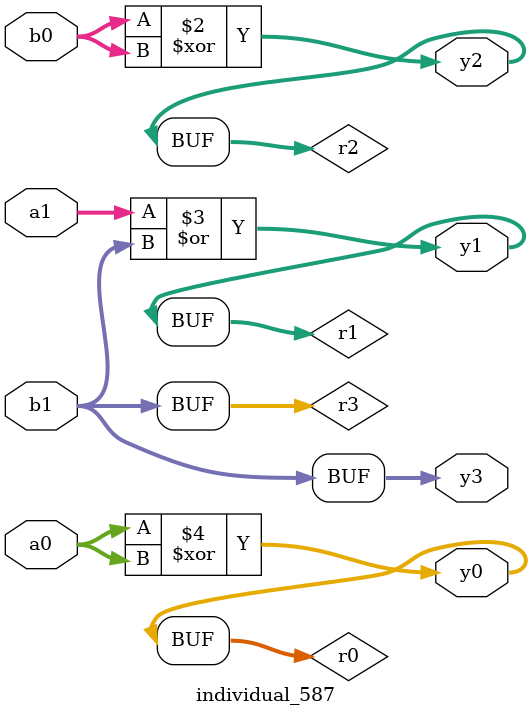
<source format=sv>
module individual_587(input logic [15:0] a1, input logic [15:0] a0, input logic [15:0] b1, input logic [15:0] b0, output logic [15:0] y3, output logic [15:0] y2, output logic [15:0] y1, output logic [15:0] y0);
logic [15:0] r0, r1, r2, r3; 
 always@(*) begin 
	 r0 = a0; r1 = a1; r2 = b0; r3 = b1; 
 	 r2  ^=  r2 ;
 	 r1  |=  b1 ;
 	 r0  ^=  r0 ;
 	 y3 = r3; y2 = r2; y1 = r1; y0 = r0; 
end
endmodule
</source>
